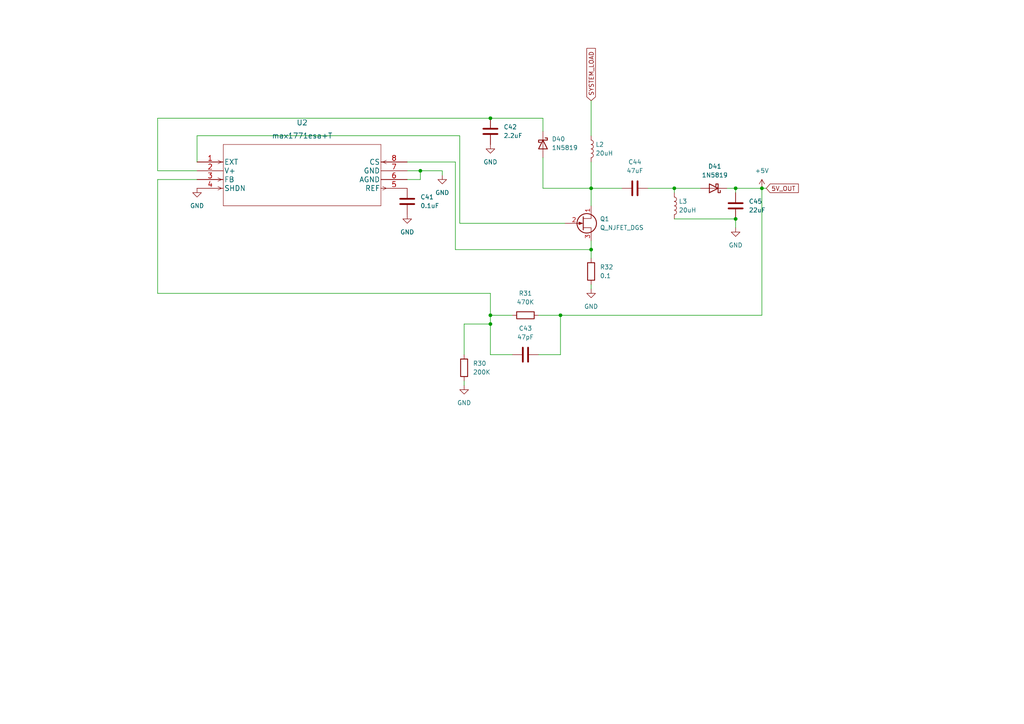
<source format=kicad_sch>
(kicad_sch (version 20211123) (generator eeschema)
  (paper "A4")
  (lib_symbols
    (symbol "Device:C" (pin_numbers hide) (pin_names (offset 0.254))
      (property "Reference" "C" (at 0.635 2.54 0))
      (property "Value" "C" (at 0.635 -2.54 0))
      (symbol "C_0_1"
        (polyline (pts (xy -2.032 -0.762) (xy 2.032 -0.762)) (stroke (width 0.508)))
        (polyline (pts (xy -2.032 0.762) (xy 2.032 0.762)) (stroke (width 0.508)))
      )
      (symbol "C_1_1"
        (pin passive line (at 0 3.81 270) (length 2.794) (name "~") (number "1"))
        (pin passive line (at 0 -3.81 90) (length 2.794) (name "~") (number "2"))
      )
    )
    (symbol "Device:L" (pin_numbers hide) (pin_names (offset 1.016) hide)
      (property "Reference" "L" (at -1.27 0 90))
      (property "Value" "L" (at 1.905 0 90))
      (symbol "L_0_1"
        (arc (start 0 -2.54) (mid 0.635 -1.905) (end 0 -1.27))
        (arc (start 0 -1.27) (mid 0.635 -0.635) (end 0 0))
        (arc (start 0 0) (mid 0.635 0.635) (end 0 1.27))
        (arc (start 0 1.27) (mid 0.635 1.905) (end 0 2.54))
      )
      (symbol "L_1_1"
        (pin passive line (at 0 3.81 270) (length 1.27) (name "1") (number "1"))
        (pin passive line (at 0 -3.81 90) (length 1.27) (name "2") (number "2"))
      )
    )
    (symbol "Device:Q_NJFET_DGS" (pin_names (offset 0) hide)
      (property "Reference" "Q" (at 5.08 1.27 0))
      (property "Value" "Q_NJFET_DGS" (at 5.08 -1.27 0))
      (symbol "Q_NJFET_DGS_0_1"
        (polyline (pts (xy 0.254 1.905) (xy 0.254 -1.905) (xy 0.254 -1.905)) (stroke (width 0.254)))
        (polyline (pts (xy 2.54 -2.54) (xy 2.54 -1.27) (xy 0.254 -1.27)))
        (polyline (pts (xy 2.54 2.54) (xy 2.54 1.397) (xy 0.254 1.397)))
        (polyline (pts (xy 0 0) (xy -1.016 0.381) (xy -1.016 -0.381) (xy 0 0)) (fill (type outline)))
        (circle (center 1.27 0) (radius 2.8194) (stroke (width 0.254)))
      )
      (symbol "Q_NJFET_DGS_1_1"
        (pin passive line (at 2.54 5.08 270) (length 2.54) (name "D") (number "1"))
        (pin input line (at -5.08 0 0) (length 5.334) (name "G") (number "2"))
        (pin passive line (at 2.54 -5.08 90) (length 2.54) (name "S") (number "3"))
      )
    )
    (symbol "Device:R" (pin_numbers hide) (pin_names (offset 0))
      (property "Reference" "R" (at 2.032 0 90))
      (property "Value" "R" (at 0 0 90))
      (symbol "R_0_1"
        (rectangle (start -1.016 -2.54) (end 1.016 2.54) (stroke (width 0.254)))
      )
      (symbol "R_1_1"
        (pin passive line (at 0 3.81 270) (length 1.27) (name "~") (number "1"))
        (pin passive line (at 0 -3.81 90) (length 1.27) (name "~") (number "2"))
      )
    )
    (symbol "Diode:1N5819" (pin_numbers hide) (pin_names (offset 1.016) hide)
      (property "Reference" "D" (at 0 2.54 0))
      (property "Value" "1N5819" (at 0 -2.54 0))
      (symbol "1N5819_0_1"
        (polyline (pts (xy 1.27 0) (xy -1.27 0)))
        (polyline (pts (xy 1.27 1.27) (xy 1.27 -1.27) (xy -1.27 0) (xy 1.27 1.27)) (stroke (width 0.254)))
        (polyline (pts (xy -1.905 0.635) (xy -1.905 1.27) (xy -1.27 1.27) (xy -1.27 -1.27) (xy -0.635 -1.27) (xy -0.635 -0.635)) (stroke (width 0.254)))
      )
      (symbol "1N5819_1_1"
        (pin passive line (at -3.81 0 0) (length 2.54) (name "K") (number "1"))
        (pin passive line (at 3.81 0 180) (length 2.54) (name "A") (number "2"))
      )
    )
    (symbol "max1771:max1771esa+T" (pin_names (offset 0.254))
      (property "Reference" "U" (at 30.48 10.16 0))
      (property "Value" "max1771esa+T" (at 30.48 7.62 0))
      (symbol "max1771esa+T_1_1"
        (polyline (pts (xy 7.112 -7.62) (xy 6.0452 -8.128)) (stroke (width 0.127)))
        (polyline (pts (xy 7.112 -7.62) (xy 6.0452 -7.112)) (stroke (width 0.127)))
        (polyline (pts (xy 7.112 -5.08) (xy 6.0452 -5.588)) (stroke (width 0.127)))
        (polyline (pts (xy 7.112 -5.08) (xy 6.0452 -4.572)) (stroke (width 0.127)))
        (polyline (pts (xy 7.112 0) (xy 6.0452 -0.508)) (stroke (width 0.127)))
        (polyline (pts (xy 7.112 0) (xy 6.0452 0.508)) (stroke (width 0.127)))
        (polyline (pts (xy 7.62 -12.7) (xy 53.34 -12.7)) (stroke (width 0.127)))
        (polyline (pts (xy 7.62 5.08) (xy 7.62 -12.7)) (stroke (width 0.127)))
        (polyline (pts (xy 53.34 -12.7) (xy 53.34 5.08)) (stroke (width 0.127)))
        (polyline (pts (xy 53.34 5.08) (xy 7.62 5.08)) (stroke (width 0.127)))
        (polyline (pts (xy 53.848 -8.128) (xy 54.9148 -7.62)) (stroke (width 0.127)))
        (polyline (pts (xy 53.848 -7.112) (xy 54.9148 -7.62)) (stroke (width 0.127)))
        (polyline (pts (xy 53.848 0) (xy 54.9148 -0.508)) (stroke (width 0.127)))
        (polyline (pts (xy 53.848 0) (xy 54.9148 0.508)) (stroke (width 0.127)))
        (pin input line (at 0 0 0) (length 7.62) (name "EXT") (number "1"))
        (pin power_in line (at 0 -2.54 0) (length 7.62) (name "V+") (number "2"))
        (pin input line (at 0 -5.08 0) (length 7.62) (name "FB") (number "3"))
        (pin input line (at 0 -7.62 0) (length 7.62) (name "SHDN") (number "4"))
        (pin output line (at 60.96 -7.62 180) (length 7.62) (name "REF") (number "5"))
        (pin power_in line (at 60.96 -5.08 180) (length 7.62) (name "AGND") (number "6"))
        (pin power_in line (at 60.96 -2.54 180) (length 7.62) (name "GND") (number "7"))
        (pin input line (at 60.96 0 180) (length 7.62) (name "CS") (number "8"))
      )
    )
    (symbol "power:+5V" (power) (pin_names (offset 0))
      (property "Value" "+5V" (at 0 3.556 0))
      (symbol "+5V_0_1"
        (polyline (pts (xy -0.762 1.27) (xy 0 2.54)))
        (polyline (pts (xy 0 0) (xy 0 2.54)))
        (polyline (pts (xy 0 2.54) (xy 0.762 1.27)))
      )
      (symbol "+5V_1_1"
        (pin power_in line (at 0 0 90) (length 0) hide (name "+5V") (number "1"))
      )
    )
    (symbol "power:GND" (power) (pin_names (offset 0))
      (property "Value" "GND" (at 0 -3.81 0))
      (symbol "GND_0_1"
        (polyline (pts (xy 0 0) (xy 0 -1.27) (xy 1.27 -1.27) (xy 0 -2.54) (xy -1.27 -1.27) (xy 0 -1.27)))
      )
      (symbol "GND_1_1"
        (pin power_in line (at 0 0 270) (length 0) hide (name "GND") (number "1"))
      )
    )
  )
  (junction (at 142.24 91.44))
  (junction (at 171.45 72.39))
  (junction (at 121.92 49.53))
  (junction (at 171.45 54.61))
  (junction (at 213.36 63.5))
  (junction (at 195.58 54.61))
  (junction (at 220.98 54.61))
  (junction (at 162.56 91.44))
  (junction (at 213.36 54.61))
  (junction (at 142.24 34.29))
  (junction (at 142.24 93.98))
  (wire (pts (xy 220.98 54.61) (xy 222.25 54.61)))
  (wire (pts (xy 121.92 52.07) (xy 121.92 49.53)))
  (wire (pts (xy 142.24 102.87) (xy 142.24 93.98)))
  (wire (pts (xy 213.36 54.61) (xy 220.98 54.61)))
  (wire (pts (xy 171.45 29.21) (xy 171.45 39.37)))
  (wire (pts (xy 157.48 34.29) (xy 157.48 38.1)))
  (wire (pts (xy 128.27 49.53) (xy 128.27 50.8)))
  (wire (pts (xy 133.35 64.77) (xy 163.83 64.77)))
  (wire (pts (xy 57.15 39.37) (xy 133.35 39.37)))
  (wire (pts (xy 142.24 34.29) (xy 157.48 34.29)))
  (wire (pts (xy 134.62 110.49) (xy 134.62 111.76)))
  (wire (pts (xy 195.58 63.5) (xy 213.36 63.5)))
  (wire (pts (xy 45.72 52.07) (xy 45.72 85.09)))
  (wire (pts (xy 162.56 102.87) (xy 162.56 91.44)))
  (wire (pts (xy 195.58 54.61) (xy 203.2 54.61)))
  (wire (pts (xy 142.24 93.98) (xy 142.24 91.44)))
  (wire (pts (xy 213.36 54.61) (xy 213.36 55.88)))
  (wire (pts (xy 57.15 52.07) (xy 45.72 52.07)))
  (wire (pts (xy 57.15 49.53) (xy 45.72 49.53)))
  (wire (pts (xy 171.45 72.39) (xy 171.45 74.93)))
  (wire (pts (xy 171.45 54.61) (xy 180.34 54.61)))
  (wire (pts (xy 45.72 85.09) (xy 142.24 85.09)))
  (wire (pts (xy 132.08 72.39) (xy 171.45 72.39)))
  (wire (pts (xy 142.24 91.44) (xy 142.24 85.09)))
  (wire (pts (xy 210.82 54.61) (xy 213.36 54.61)))
  (wire (pts (xy 118.11 46.99) (xy 132.08 46.99)))
  (wire (pts (xy 132.08 46.99) (xy 132.08 72.39)))
  (wire (pts (xy 220.98 54.61) (xy 220.98 91.44)))
  (wire (pts (xy 171.45 54.61) (xy 171.45 59.69)))
  (wire (pts (xy 148.59 102.87) (xy 142.24 102.87)))
  (wire (pts (xy 121.92 49.53) (xy 128.27 49.53)))
  (wire (pts (xy 213.36 63.5) (xy 213.36 66.04)))
  (wire (pts (xy 133.35 39.37) (xy 133.35 64.77)))
  (wire (pts (xy 142.24 91.44) (xy 148.59 91.44)))
  (wire (pts (xy 162.56 91.44) (xy 220.98 91.44)))
  (wire (pts (xy 157.48 45.72) (xy 157.48 54.61)))
  (wire (pts (xy 171.45 82.55) (xy 171.45 83.82)))
  (wire (pts (xy 187.96 54.61) (xy 195.58 54.61)))
  (wire (pts (xy 156.21 102.87) (xy 162.56 102.87)))
  (wire (pts (xy 157.48 54.61) (xy 171.45 54.61)))
  (wire (pts (xy 57.15 46.99) (xy 57.15 39.37)))
  (wire (pts (xy 45.72 49.53) (xy 45.72 34.29)))
  (wire (pts (xy 134.62 93.98) (xy 134.62 102.87)))
  (wire (pts (xy 171.45 69.85) (xy 171.45 72.39)))
  (wire (pts (xy 45.72 34.29) (xy 142.24 34.29)))
  (wire (pts (xy 118.11 52.07) (xy 121.92 52.07)))
  (wire (pts (xy 195.58 54.61) (xy 195.58 55.88)))
  (wire (pts (xy 142.24 93.98) (xy 134.62 93.98)))
  (wire (pts (xy 171.45 46.99) (xy 171.45 54.61)))
  (wire (pts (xy 118.11 49.53) (xy 121.92 49.53)))
  (wire (pts (xy 156.21 91.44) (xy 162.56 91.44)))
  (global_label "SYSTEM_LOAD" (shape input) (at 171.45 29.21 90) (property "Intersheet References" "${INTERSHEET_REFS}" (effects hide)))
  (global_label "5V_OUT" (shape input) (at 222.25 54.61 0) (property "Intersheet References" "${INTERSHEET_REFS}" (effects hide)))
  (symbol (lib_id "Device:L") (at 171.45 43.18 0) (unit 1)
    (property "Reference" "L2" (at 172.72 41.9099 0) (effects (justify left)))
    (property "Value" "20uH" (at 172.72 44.4499 0) (effects (justify left)))
    (property "Footprint" "inductors:inductors" (effects hide))
  )
  (symbol (lib_id "Device:C") (at 152.4 102.87 90) (unit 1)
    (property "Reference" "C43" (at 152.4 95.25 90))
    (property "Value" "47pF" (at 152.4 97.79 90))
    (property "Footprint" "Capacitor_SMD:C_0805_2012Metric_Pad1.18x1.45mm_HandSolder" (effects hide))
  )
  (symbol (lib_id "power:GND") (at 134.62 111.76 0) (unit 1)
    (property "Reference" "#PWR0185" (effects hide))
    (property "Value" "GND" (at 134.62 116.84 0))
  )
  (symbol (lib_id "Diode:1N5819") (at 207.01 54.61 180) (unit 1)
    (property "Reference" "D41" (at 207.3275 48.26 0))
    (property "Value" "1N5819" (at 207.3275 50.8 0))
    (property "Footprint" "Diode_THT:D_DO-41_SOD81_P10.16mm_Horizontal" (effects hide))
    (property "Datasheet" "http://www.vishay.com/docs/88525/1n5817.pdf" (effects hide))
  )
  (symbol (lib_id "Device:C") (at 118.11 58.42 0) (unit 1)
    (property "Reference" "C41" (at 121.92 57.1499 0) (effects (justify left)))
    (property "Value" "0.1uF" (at 121.92 59.6899 0) (effects (justify left)))
    (property "Footprint" "Capacitor_SMD:C_0805_2012Metric_Pad1.18x1.45mm_HandSolder" (effects hide))
  )
  (symbol (lib_id "Device:L") (at 195.58 59.69 0) (unit 1)
    (property "Reference" "L3" (at 196.85 58.4199 0) (effects (justify left)))
    (property "Value" "20uH" (at 196.85 60.9599 0) (effects (justify left)))
    (property "Footprint" "inductors:inductors" (effects hide))
  )
  (symbol (lib_id "power:GND") (at 171.45 83.82 0) (unit 1)
    (property "Reference" "#PWR0189" (effects hide))
    (property "Value" "GND" (at 171.45 88.9 0))
  )
  (symbol (lib_id "Device:Q_NJFET_DGS") (at 168.91 64.77 0) (unit 1)
    (property "Reference" "Q1" (at 173.99 63.4999 0) (effects (justify left)))
    (property "Value" "Q_NJFET_DGS" (at 173.99 66.0399 0) (effects (justify left)))
    (property "Footprint" "Package_TO_SOT_SMD:SOT-223" (effects hide))
  )
  (symbol (lib_id "Device:R") (at 152.4 91.44 90) (unit 1)
    (property "Reference" "R31" (at 152.4 85.09 90))
    (property "Value" "470K" (at 152.4 87.63 90))
    (property "Footprint" "Resistor_SMD:R_0805_2012Metric_Pad1.20x1.40mm_HandSolder" (effects hide))
  )
  (symbol (lib_id "power:GND") (at 213.36 66.04 0) (unit 1)
    (property "Reference" "#PWR0191" (effects hide))
    (property "Value" "GND" (at 213.36 71.12 0))
  )
  (symbol (lib_id "max1771:max1771esa+T") (at 57.15 46.99 0) (unit 1)
    (property "Reference" "U2" (at 87.63 35.56 0) (effects (font (size 1.524 1.524))))
    (property "Value" "max1771esa+T" (at 87.63 39.37 0) (effects (font (size 1.524 1.524))))
    (property "Footprint" "max1771:max1771esa&plus_T" (effects hide))
  )
  (symbol (lib_id "Diode:1N5819") (at 157.48 41.91 270) (unit 1)
    (property "Reference" "D40" (at 160.02 40.3224 90) (effects (justify left)))
    (property "Value" "1N5819" (at 160.02 42.8624 90) (effects (justify left)))
    (property "Footprint" "Diode_THT:D_DO-41_SOD81_P10.16mm_Horizontal" (effects hide))
    (property "Datasheet" "http://www.vishay.com/docs/88525/1n5817.pdf" (effects hide))
  )
  (symbol (lib_id "Device:R") (at 171.45 78.74 0) (unit 1)
    (property "Reference" "R32" (at 173.99 77.4699 0) (effects (justify left)))
    (property "Value" "0.1" (at 173.99 80.0099 0) (effects (justify left)))
    (property "Footprint" "Resistor_SMD:R_0805_2012Metric_Pad1.20x1.40mm_HandSolder" (effects hide))
  )
  (symbol (lib_id "power:GND") (at 57.15 54.61 0) (unit 1)
    (property "Reference" "#PWR0187" (effects hide))
    (property "Value" "GND" (at 57.15 59.69 0))
  )
  (symbol (lib_id "power:GND") (at 128.27 50.8 0) (unit 1)
    (property "Reference" "#PWR0186" (effects hide))
    (property "Value" "GND" (at 128.27 55.88 0))
  )
  (symbol (lib_id "Device:C") (at 184.15 54.61 90) (unit 1)
    (property "Reference" "C44" (at 184.15 46.99 90))
    (property "Value" "47uF" (at 184.15 49.53 90))
    (property "Footprint" "Capacitor_THT:CP_Radial_D4.0mm_P1.50mm" (effects hide))
  )
  (symbol (lib_id "Device:C") (at 142.24 38.1 0) (unit 1)
    (property "Reference" "C42" (at 146.05 36.8299 0) (effects (justify left)))
    (property "Value" "2.2uF" (at 146.05 39.3699 0) (effects (justify left)))
    (property "Footprint" "Capacitor_SMD:C_0805_2012Metric_Pad1.18x1.45mm_HandSolder" (effects hide))
  )
  (symbol (lib_id "power:+5V") (at 220.98 54.61 0) (unit 1)
    (property "Reference" "#PWR0190" (effects hide))
    (property "Value" "+5V" (at 220.98 49.53 0))
  )
  (symbol (lib_id "power:GND") (at 142.24 41.91 0) (unit 1)
    (property "Reference" "#PWR0184" (effects hide))
    (property "Value" "GND" (at 142.24 46.99 0))
  )
  (symbol (lib_id "Device:C") (at 213.36 59.69 0) (unit 1)
    (property "Reference" "C45" (at 217.17 58.4199 0) (effects (justify left)))
    (property "Value" "22uF" (at 217.17 60.9599 0) (effects (justify left)))
    (property "Footprint" "Capacitor_SMD:C_0805_2012Metric_Pad1.18x1.45mm_HandSolder" (effects hide))
  )
  (symbol (lib_id "power:GND") (at 118.11 62.23 0) (unit 1)
    (property "Reference" "#PWR0188" (effects hide))
    (property "Value" "GND" (at 118.11 67.31 0))
  )
  (symbol (lib_id "Device:R") (at 134.62 106.68 0) (unit 1)
    (property "Reference" "R30" (at 137.16 105.4099 0) (effects (justify left)))
    (property "Value" "200K" (at 137.16 107.9499 0) (effects (justify left)))
    (property "Footprint" "Resistor_SMD:R_0805_2012Metric_Pad1.20x1.40mm_HandSolder" (effects hide))
  )
)
</source>
